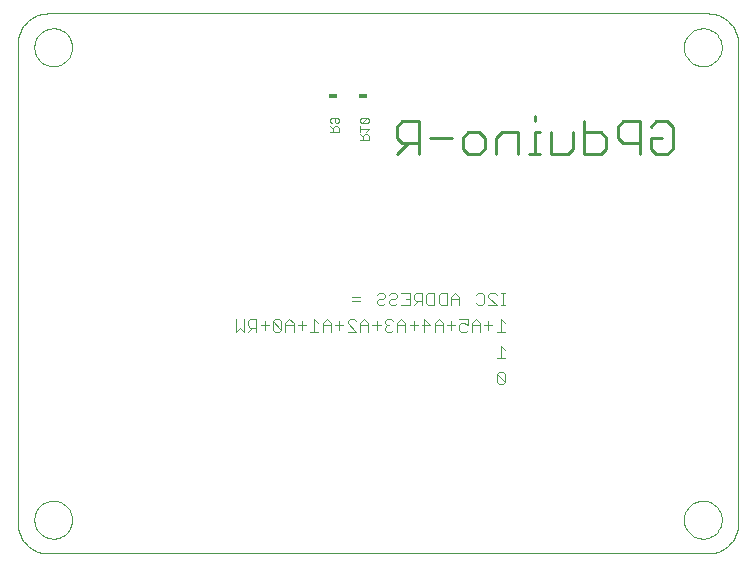
<source format=gbo>
G75*
%MOIN*%
%OFA0B0*%
%FSLAX24Y24*%
%IPPOS*%
%LPD*%
%AMOC8*
5,1,8,0,0,1.08239X$1,22.5*
%
%ADD10C,0.0000*%
%ADD11C,0.0040*%
%ADD12C,0.0100*%
%ADD13R,0.0300X0.0180*%
%ADD14C,0.0020*%
D10*
X001650Y000650D02*
X023650Y000650D01*
X023710Y000652D01*
X023771Y000657D01*
X023830Y000666D01*
X023889Y000679D01*
X023948Y000695D01*
X024005Y000715D01*
X024060Y000738D01*
X024115Y000765D01*
X024167Y000794D01*
X024218Y000827D01*
X024267Y000863D01*
X024313Y000901D01*
X024357Y000943D01*
X024399Y000987D01*
X024437Y001033D01*
X024473Y001082D01*
X024506Y001133D01*
X024535Y001185D01*
X024562Y001240D01*
X024585Y001295D01*
X024605Y001352D01*
X024621Y001411D01*
X024634Y001470D01*
X024643Y001529D01*
X024648Y001590D01*
X024650Y001650D01*
X024650Y017650D01*
X024648Y017710D01*
X024643Y017771D01*
X024634Y017830D01*
X024621Y017889D01*
X024605Y017948D01*
X024585Y018005D01*
X024562Y018060D01*
X024535Y018115D01*
X024506Y018167D01*
X024473Y018218D01*
X024437Y018267D01*
X024399Y018313D01*
X024357Y018357D01*
X024313Y018399D01*
X024267Y018437D01*
X024218Y018473D01*
X024167Y018506D01*
X024115Y018535D01*
X024060Y018562D01*
X024005Y018585D01*
X023948Y018605D01*
X023889Y018621D01*
X023830Y018634D01*
X023771Y018643D01*
X023710Y018648D01*
X023650Y018650D01*
X001650Y018650D01*
X001590Y018648D01*
X001529Y018643D01*
X001470Y018634D01*
X001411Y018621D01*
X001352Y018605D01*
X001295Y018585D01*
X001240Y018562D01*
X001185Y018535D01*
X001133Y018506D01*
X001082Y018473D01*
X001033Y018437D01*
X000987Y018399D01*
X000943Y018357D01*
X000901Y018313D01*
X000863Y018267D01*
X000827Y018218D01*
X000794Y018167D01*
X000765Y018115D01*
X000738Y018060D01*
X000715Y018005D01*
X000695Y017948D01*
X000679Y017889D01*
X000666Y017830D01*
X000657Y017771D01*
X000652Y017710D01*
X000650Y017650D01*
X000650Y001650D01*
X000652Y001590D01*
X000657Y001529D01*
X000666Y001470D01*
X000679Y001411D01*
X000695Y001352D01*
X000715Y001295D01*
X000738Y001240D01*
X000765Y001185D01*
X000794Y001133D01*
X000827Y001082D01*
X000863Y001033D01*
X000901Y000987D01*
X000943Y000943D01*
X000987Y000901D01*
X001033Y000863D01*
X001082Y000827D01*
X001133Y000794D01*
X001185Y000765D01*
X001240Y000738D01*
X001295Y000715D01*
X001352Y000695D01*
X001411Y000679D01*
X001470Y000666D01*
X001529Y000657D01*
X001590Y000652D01*
X001650Y000650D01*
X001193Y001776D02*
X001195Y001826D01*
X001201Y001876D01*
X001211Y001925D01*
X001225Y001973D01*
X001242Y002020D01*
X001263Y002065D01*
X001288Y002109D01*
X001316Y002150D01*
X001348Y002189D01*
X001382Y002226D01*
X001419Y002260D01*
X001459Y002290D01*
X001501Y002317D01*
X001545Y002341D01*
X001591Y002362D01*
X001638Y002378D01*
X001686Y002391D01*
X001736Y002400D01*
X001785Y002405D01*
X001836Y002406D01*
X001886Y002403D01*
X001935Y002396D01*
X001984Y002385D01*
X002032Y002370D01*
X002078Y002352D01*
X002123Y002330D01*
X002166Y002304D01*
X002207Y002275D01*
X002246Y002243D01*
X002282Y002208D01*
X002314Y002170D01*
X002344Y002130D01*
X002371Y002087D01*
X002394Y002043D01*
X002413Y001997D01*
X002429Y001949D01*
X002441Y001900D01*
X002449Y001851D01*
X002453Y001801D01*
X002453Y001751D01*
X002449Y001701D01*
X002441Y001652D01*
X002429Y001603D01*
X002413Y001555D01*
X002394Y001509D01*
X002371Y001465D01*
X002344Y001422D01*
X002314Y001382D01*
X002282Y001344D01*
X002246Y001309D01*
X002207Y001277D01*
X002166Y001248D01*
X002123Y001222D01*
X002078Y001200D01*
X002032Y001182D01*
X001984Y001167D01*
X001935Y001156D01*
X001886Y001149D01*
X001836Y001146D01*
X001785Y001147D01*
X001736Y001152D01*
X001686Y001161D01*
X001638Y001174D01*
X001591Y001190D01*
X001545Y001211D01*
X001501Y001235D01*
X001459Y001262D01*
X001419Y001292D01*
X001382Y001326D01*
X001348Y001363D01*
X001316Y001402D01*
X001288Y001443D01*
X001263Y001487D01*
X001242Y001532D01*
X001225Y001579D01*
X001211Y001627D01*
X001201Y001676D01*
X001195Y001726D01*
X001193Y001776D01*
X001193Y017524D02*
X001195Y017574D01*
X001201Y017624D01*
X001211Y017673D01*
X001225Y017721D01*
X001242Y017768D01*
X001263Y017813D01*
X001288Y017857D01*
X001316Y017898D01*
X001348Y017937D01*
X001382Y017974D01*
X001419Y018008D01*
X001459Y018038D01*
X001501Y018065D01*
X001545Y018089D01*
X001591Y018110D01*
X001638Y018126D01*
X001686Y018139D01*
X001736Y018148D01*
X001785Y018153D01*
X001836Y018154D01*
X001886Y018151D01*
X001935Y018144D01*
X001984Y018133D01*
X002032Y018118D01*
X002078Y018100D01*
X002123Y018078D01*
X002166Y018052D01*
X002207Y018023D01*
X002246Y017991D01*
X002282Y017956D01*
X002314Y017918D01*
X002344Y017878D01*
X002371Y017835D01*
X002394Y017791D01*
X002413Y017745D01*
X002429Y017697D01*
X002441Y017648D01*
X002449Y017599D01*
X002453Y017549D01*
X002453Y017499D01*
X002449Y017449D01*
X002441Y017400D01*
X002429Y017351D01*
X002413Y017303D01*
X002394Y017257D01*
X002371Y017213D01*
X002344Y017170D01*
X002314Y017130D01*
X002282Y017092D01*
X002246Y017057D01*
X002207Y017025D01*
X002166Y016996D01*
X002123Y016970D01*
X002078Y016948D01*
X002032Y016930D01*
X001984Y016915D01*
X001935Y016904D01*
X001886Y016897D01*
X001836Y016894D01*
X001785Y016895D01*
X001736Y016900D01*
X001686Y016909D01*
X001638Y016922D01*
X001591Y016938D01*
X001545Y016959D01*
X001501Y016983D01*
X001459Y017010D01*
X001419Y017040D01*
X001382Y017074D01*
X001348Y017111D01*
X001316Y017150D01*
X001288Y017191D01*
X001263Y017235D01*
X001242Y017280D01*
X001225Y017327D01*
X001211Y017375D01*
X001201Y017424D01*
X001195Y017474D01*
X001193Y017524D01*
X022847Y017524D02*
X022849Y017574D01*
X022855Y017624D01*
X022865Y017673D01*
X022879Y017721D01*
X022896Y017768D01*
X022917Y017813D01*
X022942Y017857D01*
X022970Y017898D01*
X023002Y017937D01*
X023036Y017974D01*
X023073Y018008D01*
X023113Y018038D01*
X023155Y018065D01*
X023199Y018089D01*
X023245Y018110D01*
X023292Y018126D01*
X023340Y018139D01*
X023390Y018148D01*
X023439Y018153D01*
X023490Y018154D01*
X023540Y018151D01*
X023589Y018144D01*
X023638Y018133D01*
X023686Y018118D01*
X023732Y018100D01*
X023777Y018078D01*
X023820Y018052D01*
X023861Y018023D01*
X023900Y017991D01*
X023936Y017956D01*
X023968Y017918D01*
X023998Y017878D01*
X024025Y017835D01*
X024048Y017791D01*
X024067Y017745D01*
X024083Y017697D01*
X024095Y017648D01*
X024103Y017599D01*
X024107Y017549D01*
X024107Y017499D01*
X024103Y017449D01*
X024095Y017400D01*
X024083Y017351D01*
X024067Y017303D01*
X024048Y017257D01*
X024025Y017213D01*
X023998Y017170D01*
X023968Y017130D01*
X023936Y017092D01*
X023900Y017057D01*
X023861Y017025D01*
X023820Y016996D01*
X023777Y016970D01*
X023732Y016948D01*
X023686Y016930D01*
X023638Y016915D01*
X023589Y016904D01*
X023540Y016897D01*
X023490Y016894D01*
X023439Y016895D01*
X023390Y016900D01*
X023340Y016909D01*
X023292Y016922D01*
X023245Y016938D01*
X023199Y016959D01*
X023155Y016983D01*
X023113Y017010D01*
X023073Y017040D01*
X023036Y017074D01*
X023002Y017111D01*
X022970Y017150D01*
X022942Y017191D01*
X022917Y017235D01*
X022896Y017280D01*
X022879Y017327D01*
X022865Y017375D01*
X022855Y017424D01*
X022849Y017474D01*
X022847Y017524D01*
X022847Y001776D02*
X022849Y001826D01*
X022855Y001876D01*
X022865Y001925D01*
X022879Y001973D01*
X022896Y002020D01*
X022917Y002065D01*
X022942Y002109D01*
X022970Y002150D01*
X023002Y002189D01*
X023036Y002226D01*
X023073Y002260D01*
X023113Y002290D01*
X023155Y002317D01*
X023199Y002341D01*
X023245Y002362D01*
X023292Y002378D01*
X023340Y002391D01*
X023390Y002400D01*
X023439Y002405D01*
X023490Y002406D01*
X023540Y002403D01*
X023589Y002396D01*
X023638Y002385D01*
X023686Y002370D01*
X023732Y002352D01*
X023777Y002330D01*
X023820Y002304D01*
X023861Y002275D01*
X023900Y002243D01*
X023936Y002208D01*
X023968Y002170D01*
X023998Y002130D01*
X024025Y002087D01*
X024048Y002043D01*
X024067Y001997D01*
X024083Y001949D01*
X024095Y001900D01*
X024103Y001851D01*
X024107Y001801D01*
X024107Y001751D01*
X024103Y001701D01*
X024095Y001652D01*
X024083Y001603D01*
X024067Y001555D01*
X024048Y001509D01*
X024025Y001465D01*
X023998Y001422D01*
X023968Y001382D01*
X023936Y001344D01*
X023900Y001309D01*
X023861Y001277D01*
X023820Y001248D01*
X023777Y001222D01*
X023732Y001200D01*
X023686Y001182D01*
X023638Y001167D01*
X023589Y001156D01*
X023540Y001149D01*
X023490Y001146D01*
X023439Y001147D01*
X023390Y001152D01*
X023340Y001161D01*
X023292Y001174D01*
X023245Y001190D01*
X023199Y001211D01*
X023155Y001235D01*
X023113Y001262D01*
X023073Y001292D01*
X023036Y001326D01*
X023002Y001363D01*
X022970Y001402D01*
X022942Y001443D01*
X022917Y001487D01*
X022896Y001532D01*
X022879Y001579D01*
X022865Y001627D01*
X022855Y001676D01*
X022849Y001726D01*
X022847Y001776D01*
D11*
X016880Y006363D02*
X016880Y006637D01*
X016812Y006705D01*
X016675Y006705D01*
X016606Y006637D01*
X016880Y006363D01*
X016812Y006295D01*
X016675Y006295D01*
X016606Y006363D01*
X016606Y006637D01*
X016606Y007170D02*
X016880Y007170D01*
X016743Y007170D02*
X016743Y007580D01*
X016880Y007444D01*
X016880Y008045D02*
X016606Y008045D01*
X016743Y008045D02*
X016743Y008455D01*
X016880Y008319D01*
X016466Y008250D02*
X016192Y008250D01*
X016051Y008250D02*
X015778Y008250D01*
X015778Y008319D02*
X015778Y008045D01*
X015637Y008113D02*
X015569Y008045D01*
X015432Y008045D01*
X015363Y008113D01*
X015363Y008250D01*
X015432Y008319D01*
X015500Y008319D01*
X015637Y008250D01*
X015637Y008455D01*
X015363Y008455D01*
X015223Y008250D02*
X014949Y008250D01*
X014808Y008250D02*
X014535Y008250D01*
X014535Y008319D02*
X014535Y008045D01*
X014394Y008250D02*
X014120Y008250D01*
X013980Y008250D02*
X013706Y008250D01*
X013565Y008250D02*
X013292Y008250D01*
X013292Y008319D02*
X013292Y008045D01*
X013151Y008113D02*
X013082Y008045D01*
X012946Y008045D01*
X012877Y008113D01*
X012877Y008182D01*
X012946Y008250D01*
X013014Y008250D01*
X012946Y008250D02*
X012877Y008319D01*
X012877Y008387D01*
X012946Y008455D01*
X013082Y008455D01*
X013151Y008387D01*
X013292Y008319D02*
X013428Y008455D01*
X013565Y008319D01*
X013565Y008045D01*
X013843Y008113D02*
X013843Y008387D01*
X014189Y008455D02*
X014394Y008250D01*
X014535Y008319D02*
X014671Y008455D01*
X014808Y008319D01*
X014808Y008045D01*
X015086Y008113D02*
X015086Y008387D01*
X015087Y008920D02*
X015087Y009194D01*
X015224Y009330D01*
X015361Y009194D01*
X015361Y008920D01*
X015361Y009125D02*
X015087Y009125D01*
X014946Y008920D02*
X014741Y008920D01*
X014673Y008988D01*
X014673Y009262D01*
X014741Y009330D01*
X014946Y009330D01*
X014946Y008920D01*
X014532Y008920D02*
X014327Y008920D01*
X014258Y008988D01*
X014258Y009262D01*
X014327Y009330D01*
X014532Y009330D01*
X014532Y008920D01*
X014118Y008920D02*
X014118Y009330D01*
X013912Y009330D01*
X013844Y009262D01*
X013844Y009125D01*
X013912Y009057D01*
X014118Y009057D01*
X013981Y009057D02*
X013844Y008920D01*
X013703Y008920D02*
X013430Y008920D01*
X013289Y008988D02*
X013221Y008920D01*
X013084Y008920D01*
X013015Y008988D01*
X013015Y009057D01*
X013084Y009125D01*
X013221Y009125D01*
X013289Y009194D01*
X013289Y009262D01*
X013221Y009330D01*
X013084Y009330D01*
X013015Y009262D01*
X012875Y009262D02*
X012875Y009194D01*
X012806Y009125D01*
X012669Y009125D01*
X012601Y009057D01*
X012601Y008988D01*
X012669Y008920D01*
X012806Y008920D01*
X012875Y008988D01*
X012875Y009262D02*
X012806Y009330D01*
X012669Y009330D01*
X012601Y009262D01*
X012046Y009194D02*
X011772Y009194D01*
X011772Y009057D02*
X012046Y009057D01*
X012185Y008455D02*
X012049Y008319D01*
X012049Y008045D01*
X011908Y008045D02*
X011634Y008319D01*
X011634Y008387D01*
X011703Y008455D01*
X011839Y008455D01*
X011908Y008387D01*
X012049Y008250D02*
X012322Y008250D01*
X012322Y008319D02*
X012322Y008045D01*
X012463Y008250D02*
X012736Y008250D01*
X012600Y008387D02*
X012600Y008113D01*
X012322Y008319D02*
X012185Y008455D01*
X011908Y008045D02*
X011634Y008045D01*
X011493Y008250D02*
X011220Y008250D01*
X011079Y008250D02*
X010805Y008250D01*
X010805Y008319D02*
X010805Y008045D01*
X010665Y008045D02*
X010391Y008045D01*
X010528Y008045D02*
X010528Y008455D01*
X010665Y008319D01*
X010805Y008319D02*
X010942Y008455D01*
X011079Y008319D01*
X011079Y008045D01*
X011357Y008113D02*
X011357Y008387D01*
X010250Y008250D02*
X009977Y008250D01*
X009836Y008250D02*
X009562Y008250D01*
X009562Y008319D02*
X009562Y008045D01*
X009422Y008113D02*
X009148Y008387D01*
X009148Y008113D01*
X009216Y008045D01*
X009353Y008045D01*
X009422Y008113D01*
X009422Y008387D01*
X009353Y008455D01*
X009216Y008455D01*
X009148Y008387D01*
X009007Y008250D02*
X008734Y008250D01*
X008593Y008182D02*
X008388Y008182D01*
X008319Y008250D01*
X008319Y008387D01*
X008388Y008455D01*
X008593Y008455D01*
X008593Y008045D01*
X008456Y008182D02*
X008319Y008045D01*
X008179Y008045D02*
X008042Y008182D01*
X007905Y008045D01*
X007905Y008455D01*
X008179Y008455D02*
X008179Y008045D01*
X008870Y008113D02*
X008870Y008387D01*
X009562Y008319D02*
X009699Y008455D01*
X009836Y008319D01*
X009836Y008045D01*
X010114Y008113D02*
X010114Y008387D01*
X013430Y009330D02*
X013703Y009330D01*
X013703Y008920D01*
X013703Y009125D02*
X013567Y009125D01*
X014189Y008455D02*
X014189Y008045D01*
X015778Y008319D02*
X015915Y008455D01*
X016051Y008319D01*
X016051Y008045D01*
X016329Y008113D02*
X016329Y008387D01*
X016330Y008920D02*
X016604Y008920D01*
X016330Y009194D01*
X016330Y009262D01*
X016399Y009330D01*
X016535Y009330D01*
X016604Y009262D01*
X016743Y009330D02*
X016880Y009330D01*
X016812Y009330D02*
X016812Y008920D01*
X016880Y008920D02*
X016743Y008920D01*
X016189Y008988D02*
X016189Y009262D01*
X016121Y009330D01*
X015984Y009330D01*
X015916Y009262D01*
X015916Y008988D02*
X015984Y008920D01*
X016121Y008920D01*
X016189Y008988D01*
D12*
X016030Y013950D02*
X015663Y013950D01*
X015480Y014133D01*
X015480Y014500D01*
X015663Y014684D01*
X016030Y014684D01*
X016214Y014500D01*
X016214Y014133D01*
X016030Y013950D01*
X016585Y013950D02*
X016585Y014500D01*
X016768Y014684D01*
X017319Y014684D01*
X017319Y013950D01*
X017688Y013950D02*
X018055Y013950D01*
X017872Y013950D02*
X017872Y014684D01*
X018055Y014684D01*
X018426Y014684D02*
X018426Y013950D01*
X018977Y013950D01*
X019160Y014133D01*
X019160Y014684D01*
X019531Y014684D02*
X020082Y014684D01*
X020265Y014500D01*
X020265Y014133D01*
X020082Y013950D01*
X019531Y013950D01*
X019531Y015051D01*
X020636Y014867D02*
X020636Y014500D01*
X020820Y014317D01*
X021370Y014317D01*
X021370Y013950D02*
X021370Y015051D01*
X020820Y015051D01*
X020636Y014867D01*
X021741Y014867D02*
X021925Y015051D01*
X022292Y015051D01*
X022475Y014867D01*
X022475Y014133D01*
X022292Y013950D01*
X021925Y013950D01*
X021741Y014133D01*
X021741Y014500D01*
X022108Y014500D01*
X017872Y015051D02*
X017872Y015234D01*
X015109Y014500D02*
X014375Y014500D01*
X014004Y014317D02*
X013453Y014317D01*
X013270Y014500D01*
X013270Y014867D01*
X013453Y015051D01*
X014004Y015051D01*
X014004Y013950D01*
X013637Y014317D02*
X013270Y013950D01*
D13*
X012150Y015900D03*
X011150Y015900D03*
D14*
X011107Y015171D02*
X011294Y015171D01*
X011340Y015124D01*
X011340Y015030D01*
X011294Y014984D01*
X011247Y014984D01*
X011200Y015030D01*
X011200Y015171D01*
X011107Y015171D02*
X011060Y015124D01*
X011060Y015030D01*
X011107Y014984D01*
X011060Y014894D02*
X011153Y014801D01*
X011153Y014848D02*
X011153Y014708D01*
X011060Y014708D02*
X011340Y014708D01*
X011340Y014848D01*
X011294Y014894D01*
X011200Y014894D01*
X011153Y014848D01*
X012060Y014894D02*
X012060Y014708D01*
X012060Y014618D02*
X012153Y014525D01*
X012153Y014571D02*
X012153Y014431D01*
X012060Y014431D02*
X012340Y014431D01*
X012340Y014571D01*
X012294Y014618D01*
X012200Y014618D01*
X012153Y014571D01*
X012247Y014708D02*
X012340Y014801D01*
X012060Y014801D01*
X012107Y014984D02*
X012294Y015171D01*
X012107Y015171D01*
X012060Y015124D01*
X012060Y015030D01*
X012107Y014984D01*
X012294Y014984D01*
X012340Y015030D01*
X012340Y015124D01*
X012294Y015171D01*
M02*

</source>
